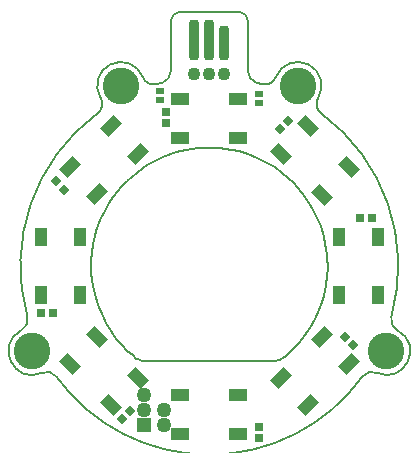
<source format=gts>
G04*
G04 #@! TF.GenerationSoftware,Altium Limited,Altium Designer,21.8.1 (53)*
G04*
G04 Layer_Color=8388736*
%FSAX25Y25*%
%MOIN*%
G70*
G04*
G04 #@! TF.SameCoordinates,0877F43B-692F-42B8-B247-028E53A2D651*
G04*
G04*
G04 #@! TF.FilePolarity,Negative*
G04*
G01*
G75*
%ADD11C,0.00787*%
%ADD21R,0.06496X0.04134*%
G04:AMPARAMS|DCode=22|XSize=64.96mil|YSize=41.34mil|CornerRadius=0mil|HoleSize=0mil|Usage=FLASHONLY|Rotation=225.000|XOffset=0mil|YOffset=0mil|HoleType=Round|Shape=Rectangle|*
%AMROTATEDRECTD22*
4,1,4,0.00835,0.03758,0.03758,0.00835,-0.00835,-0.03758,-0.03758,-0.00835,0.00835,0.03758,0.0*
%
%ADD22ROTATEDRECTD22*%

%ADD23R,0.04134X0.06496*%
G04:AMPARAMS|DCode=24|XSize=64.96mil|YSize=41.34mil|CornerRadius=0mil|HoleSize=0mil|Usage=FLASHONLY|Rotation=315.000|XOffset=0mil|YOffset=0mil|HoleType=Round|Shape=Rectangle|*
%AMROTATEDRECTD24*
4,1,4,-0.03758,0.00835,-0.00835,0.03758,0.03758,-0.00835,0.00835,-0.03758,-0.03758,0.00835,0.0*
%
%ADD24ROTATEDRECTD24*%

G04:AMPARAMS|DCode=25|XSize=25.59mil|YSize=27.56mil|CornerRadius=0mil|HoleSize=0mil|Usage=FLASHONLY|Rotation=315.000|XOffset=0mil|YOffset=0mil|HoleType=Round|Shape=Rectangle|*
%AMROTATEDRECTD25*
4,1,4,-0.01879,-0.00070,0.00070,0.01879,0.01879,0.00070,-0.00070,-0.01879,-0.01879,-0.00070,0.0*
%
%ADD25ROTATEDRECTD25*%

G04:AMPARAMS|DCode=26|XSize=35.43mil|YSize=135.83mil|CornerRadius=13.82mil|HoleSize=0mil|Usage=FLASHONLY|Rotation=180.000|XOffset=0mil|YOffset=0mil|HoleType=Round|Shape=RoundedRectangle|*
%AMROUNDEDRECTD26*
21,1,0.03543,0.10819,0,0,180.0*
21,1,0.00780,0.13583,0,0,180.0*
1,1,0.02764,-0.00390,0.05409*
1,1,0.02764,0.00390,0.05409*
1,1,0.02764,0.00390,-0.05409*
1,1,0.02764,-0.00390,-0.05409*
%
%ADD26ROUNDEDRECTD26*%
G04:AMPARAMS|DCode=27|XSize=35.43mil|YSize=116.14mil|CornerRadius=13.82mil|HoleSize=0mil|Usage=FLASHONLY|Rotation=180.000|XOffset=0mil|YOffset=0mil|HoleType=Round|Shape=RoundedRectangle|*
%AMROUNDEDRECTD27*
21,1,0.03543,0.08850,0,0,180.0*
21,1,0.00780,0.11614,0,0,180.0*
1,1,0.02764,-0.00390,0.04425*
1,1,0.02764,0.00390,0.04425*
1,1,0.02764,0.00390,-0.04425*
1,1,0.02764,-0.00390,-0.04425*
%
%ADD27ROUNDEDRECTD27*%
%ADD28R,0.03150X0.01968*%
%ADD29R,0.02756X0.02559*%
G04:AMPARAMS|DCode=30|XSize=25.59mil|YSize=27.56mil|CornerRadius=0mil|HoleSize=0mil|Usage=FLASHONLY|Rotation=45.000|XOffset=0mil|YOffset=0mil|HoleType=Round|Shape=Rectangle|*
%AMROTATEDRECTD30*
4,1,4,0.00070,-0.01879,-0.01879,0.00070,-0.00070,0.01879,0.01879,-0.00070,0.00070,-0.01879,0.0*
%
%ADD30ROTATEDRECTD30*%

%ADD31R,0.02559X0.02756*%
%ADD32R,0.04961X0.04961*%
%ADD33C,0.04961*%
%ADD34C,0.12205*%
%ADD35C,0.04331*%
%ADD36C,0.00591*%
D11*
X-0024319Y-0031866D02*
G03*
X-0022417Y-0032653I0001897J0001892D01*
G01*
X0021768Y-0032650D02*
G03*
X0025181Y-0031236I-0000007J0004845D01*
G01*
X-0062660Y-0022428D02*
G03*
X-0060669Y-0017867I-0001801J0003501D01*
G01*
X-0062660Y-0022428D02*
G03*
X-0055813Y-0036604I0003601J-0007002D01*
G01*
X-0051003Y-0037880D02*
G03*
X-0055813Y-0036604I-0003187J-0002311D01*
G01*
X-0051003Y-0037880D02*
G03*
X0050995Y-0037880I0050999J0036974D01*
G01*
X0055805Y-0036604D02*
G03*
X0050995Y-0037880I-0001623J-0003587D01*
G01*
X0060661Y-0017867D02*
G03*
X0062652Y-0022428I0003792J-0001060D01*
G01*
X0055805Y-0036604D02*
G03*
X0062652Y-0022428I0003246J0007174D01*
G01*
X0060661Y-0017867D02*
G03*
X0037293Y0049857I-0060665J0016961D01*
G01*
X0036257Y0055071D02*
G03*
X0037293Y0049857I0003367J-0002041D01*
G01*
X0036257Y0055071D02*
G03*
X0022180Y0061992I-0006733J0004082D01*
G01*
X0017419Y0059628D02*
G03*
X0022180Y0061992I0001089J0003783D01*
G01*
X0017419Y0059628D02*
G03*
X0015709Y0060094I-0017423J-0060534D01*
G01*
X0012894Y0063874D02*
G03*
X0015602Y0060134I0003940J0000003D01*
G01*
X0012894Y0080611D02*
G03*
X0009748Y0083756I-0003145J0000000D01*
G01*
X-0009709D02*
G03*
X-0012854Y0080611I0000000J-0003145D01*
G01*
X-0015563Y0060134D02*
G03*
X-0017427Y0059628I0015559J-0061040D01*
G01*
X-0015563Y0060134D02*
G03*
X-0012854Y0063874I-0001232J0003743D01*
G01*
X-0022188Y0061992D02*
G03*
X-0017427Y0059628I0003672J0001419D01*
G01*
X-0022188Y0061992D02*
G03*
X-0036265Y0055071I-0007344J-0002839D01*
G01*
X-0037301Y0049857D02*
G03*
X-0036265Y0055071I-0002331J0003173D01*
G01*
X-0037301Y0049857D02*
G03*
X-0060669Y-0017867I0037297J-0050763D01*
G01*
X0015709Y0060094D02*
G03*
X0015602Y0060134I-0000180J-0000323D01*
G01*
X-0007784Y0037689D02*
X-0003803Y0038405D01*
X0007709Y0037701D02*
X0009961Y0037185D01*
X-0024272Y0030055D02*
X-0021961Y0031768D01*
X0031988Y0022126D02*
X0034303Y0018421D01*
X0038898Y-0007240D02*
X0039260Y-0004413D01*
X-0038484Y-0009173D02*
X-0037165Y-0013898D01*
X0030996Y-0025181D02*
X0033516Y-0021559D01*
X-0029110Y-0027409D02*
X-0027362Y-0029252D01*
X-0011000Y0036898D02*
X-0007784Y0037689D01*
X0005315Y0038102D02*
X0007709Y0037701D01*
X0028051Y0026752D02*
X0031988Y0022126D01*
X-0035236Y0016713D02*
X-0033457Y0019847D01*
X0038681Y0006461D02*
X0038984Y0004634D01*
X-0039173Y0003228D02*
X-0038681Y0006279D01*
X-0037165Y-0013898D02*
X-0035543Y-0017835D01*
X-0027362Y-0029252D02*
X-0025591Y-0030827D01*
X-0027362Y0027441D02*
X-0024272Y0030055D01*
X0024331Y0030047D02*
X0028051Y0026752D01*
X-0035689Y0015713D02*
X-0035236Y0016713D01*
X0038169Y0008740D02*
X0038681Y0006461D01*
X-0039319Y0001063D02*
X-0039173Y0003228D01*
X0039260Y-0004413D02*
X0039394Y-0001819D01*
X-0035543Y-0017835D02*
X-0034335Y-0020173D01*
X0033516Y-0021559D02*
X0035138Y-0018622D01*
X0003500Y0038307D02*
X0005315Y0038102D01*
X-0015358Y0035342D02*
X-0011000Y0036898D01*
X-0029110Y0025602D02*
X-0027362Y0027441D01*
X0037079Y0012327D02*
X0038169Y0008740D01*
X-0036319Y0014252D02*
X-0035689Y0015713D01*
X0039394Y-0001819D02*
X0039425Y-0000587D01*
X0035138Y-0018622D02*
X0036496Y-0015669D01*
X-0025591Y-0030827D02*
X-0024319Y-0031866D01*
X0025181Y-0031236D02*
X0025787Y-0030630D01*
X0001291Y0038421D02*
X0003500Y0038307D01*
X-0017335Y0034441D02*
X-0015358Y0035342D01*
X0021768Y0031898D02*
X0024331Y0030047D01*
X-0032098Y0021890D02*
X-0029110Y0025602D01*
X-0039319Y-0002874D02*
Y0001063D01*
X0036496Y-0015669D02*
X0037472Y-0013008D01*
X-0034335Y-0020173D02*
X-0032098Y-0023701D01*
X0025787Y-0030630D02*
X0028445Y-0028169D01*
X-0022417Y-0032653D02*
X-0021961Y-0032650D01*
X-0001224Y0038453D02*
X0001291Y0038421D01*
X0012874Y0036299D02*
X0015870Y0035126D01*
X0018701Y0033740D02*
X0021768Y0031898D01*
X0035693Y0015709D02*
X0037079Y0012327D01*
X-0037634Y0010657D02*
X-0036319Y0014252D01*
X0039323Y0001063D02*
X0039425Y-0000587D01*
X-0039319Y-0002874D02*
X-0039075Y-0006024D01*
X-0032098Y-0023701D02*
X-0030953Y-0025236D01*
X0028445Y-0028169D02*
X0029847Y-0026579D01*
X-0021961Y-0032650D02*
X0021768D01*
X0009961Y0037185D02*
X0012874Y0036299D01*
X-0020736Y0032563D02*
X-0017335Y0034441D01*
X0015870Y0035126D02*
X0018701Y0033740D01*
X-0032803Y0020862D02*
X-0032098Y0021890D01*
X0034303Y0018421D02*
X0035693Y0015709D01*
X-0038118Y0008937D02*
X-0037634Y0010657D01*
X0039213Y0002717D02*
X0039323Y0001063D01*
X-0039075Y-0006024D02*
X-0038484Y-0009173D01*
X0037472Y-0013008D02*
X0038091Y-0010957D01*
X-0003803Y0038405D02*
X-0001224Y0038453D01*
X-0021961Y0031768D02*
X-0020736Y0032563D01*
X-0033457Y0019847D02*
X-0032803Y0020862D01*
X0038984Y0004634D02*
X0039213Y0002717D01*
X-0038681Y0006279D02*
X-0038118Y0008937D01*
X0038091Y-0010957D02*
X0038898Y-0007240D01*
X-0030953Y-0025236D02*
X-0029110Y-0027409D01*
X0029847Y-0026579D02*
X0030996Y-0025181D01*
X0012894Y0063874D02*
Y0080611D01*
X-0009709Y0083756D02*
X0009748D01*
X-0012854Y0063874D02*
Y0080611D01*
D21*
X-0009630Y-0057110D02*
D03*
Y-0044118D02*
D03*
X0009661D02*
D03*
Y-0057110D02*
D03*
X0009646Y0054626D02*
D03*
Y0041634D02*
D03*
X-0009646D02*
D03*
Y0054626D02*
D03*
D22*
X0032934Y-0047473D02*
D03*
X0023747Y-0038286D02*
D03*
X0037389Y-0024645D02*
D03*
X0046575Y-0033832D02*
D03*
X-0032899Y0045654D02*
D03*
X-0023712Y0036467D02*
D03*
X-0037353Y0022826D02*
D03*
X-0046540Y0032013D02*
D03*
D23*
X0056221Y-0010559D02*
D03*
X0043228D02*
D03*
Y0008732D02*
D03*
X0056221D02*
D03*
X-0056185Y-0010551D02*
D03*
X-0043193D02*
D03*
Y0008740D02*
D03*
X-0056185D02*
D03*
D24*
X0046579Y0032009D02*
D03*
X0037393Y0022822D02*
D03*
X0023751Y0036463D02*
D03*
X0032938Y0045650D02*
D03*
X-0032903Y-0047469D02*
D03*
X-0023716Y-0038282D02*
D03*
X-0037357Y-0024641D02*
D03*
X-0046544Y-0033828D02*
D03*
D25*
X0047849Y-0027475D02*
D03*
X0045065Y-0024691D02*
D03*
X-0051283Y0027178D02*
D03*
X-0048499Y0024394D02*
D03*
D26*
X0000000Y0074213D02*
D03*
X-0005000D02*
D03*
D27*
X0005000Y0073228D02*
D03*
D28*
X-0016339Y0054429D02*
D03*
Y0057185D02*
D03*
X0016432Y0053404D02*
D03*
Y0056160D02*
D03*
D29*
X0016634Y-0054528D02*
D03*
Y-0058465D02*
D03*
X-0014546Y0050460D02*
D03*
Y0046523D02*
D03*
D30*
X0023477Y0044508D02*
D03*
X0026261Y0047291D02*
D03*
X-0026474Y-0049339D02*
D03*
X-0029258Y-0052122D02*
D03*
D31*
X0050184Y0014982D02*
D03*
X0054121D02*
D03*
X-0056211Y-0016708D02*
D03*
X-0052274D02*
D03*
D32*
X-0021659Y-0054035D02*
D03*
D33*
X-0015059D02*
D03*
X-0021659Y-0044035D02*
D03*
Y-0049035D02*
D03*
X-0015059D02*
D03*
D34*
X-0059059Y-0029429D02*
D03*
X0029524Y0059153D02*
D03*
X0059047Y-0029433D02*
D03*
X-0029531Y0059153D02*
D03*
D35*
X-0005000Y0062894D02*
D03*
X0000000D02*
D03*
X0005000D02*
D03*
D36*
X0009921Y0071161D02*
D03*
X-0009921D02*
D03*
M02*

</source>
